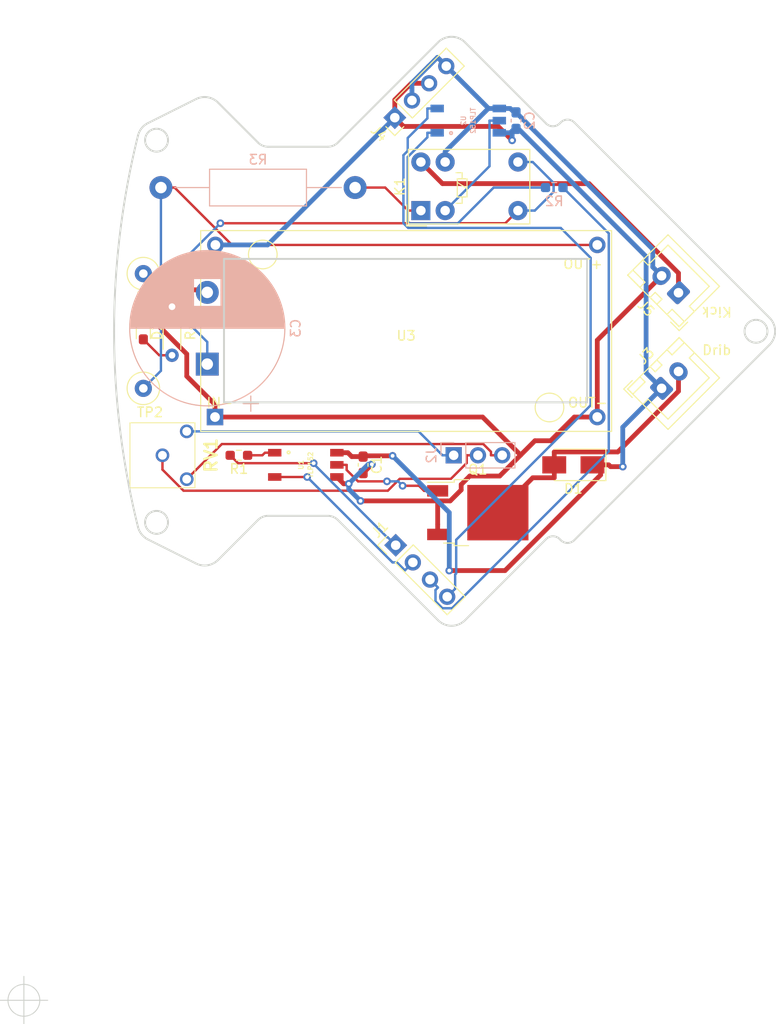
<source format=kicad_pcb>
(kicad_pcb (version 20211014) (generator pcbnew)
  (title_block (title "control board") (date "2021-11-08") (rev "V1.1") (company "Saeki.A"))
  (layers (0 "F.Cu" signal) (31 "B.Cu" signal) (34 "B.Paste" user) (35 "F.Paste" user) (36 "B.SilkS" user "B.Silkscreen") (37 "F.SilkS" user "F.Silkscreen") (38 "B.Mask" user) (39 "F.Mask" user) (44 "Edge.Cuts" user))
  (net 0 "")
  (net 1 "Net-(C3-Pad1)")
  (net 2 "+15V")
  (net 3 "GND")
  (net 4 "Net-(D1-Pad2)")
  (net 5 "Net-(J1-Pad1)")
  (net 6 "Net-(J1-Pad3)")
  (net 7 "Net-(J1-Pad4)")
  (net 8 "Net-(J1-Pad2)")
  (net 9 "Net-(J2-Pad1)")
  (net 10 "Net-(J2-Pad2)")
  (net 11 "Net-(J2-Pad3)")
  (net 12 "Net-(K1-Pad1)")
  (net 13 "Net-(K1-Pad2)")
  (net 14 "Net-(Q1-Pad1)")
  (net 15 "Net-(R3-Pad2)")
  (net 16 "Net-(R1-Pad1)")
  (net 17 "Net-(R2-Pad1)")
  (net 18 "Net-(D2-Pad2)")
  (net 19 "Net-(J5-Pad1)")
  (footprint "0.main.robot:XL6009_HW432" (layer "F.Cu") (at 75.5 115)
    (fp_text reference "U3" (at 0 0.5) (layer "F.SilkS"))
    (fp_text value "XL6009/HW-432")
    (fp_text user "OUT-" (at 19 7.5) (layer "F.SilkS"))
    (fp_text user "IN-" (at -19.5 7.5) (layer "F.SilkS"))
    (fp_text user "IN+" (at -19.5 -7) (layer "F.SilkS"))
    (fp_text user "OUT+" (at 18.5 -7) (layer "F.SilkS"))
    (pad "1" thru_hole rect (at -20 9) (size 1.7272 1.7272) (drill 1.016) (layers *.Cu *.Mask) (net 3 "GND"))
    (pad "2" thru_hole oval (at -19.96 -9) (size 1.7272 1.7272) (drill 1.016) (layers *.Cu *.Mask) (net 2 "+15V"))
    (pad "3" thru_hole oval (at 20 9) (size 1.7272 1.7272) (drill 1.016) (layers *.Cu *.Mask) (net 3 "GND"))
    (pad "4" thru_hole oval (at 20 -9) (size 1.7272 1.7272) (drill 1.016) (layers *.Cu *.Mask) (net 15 "Net-(R3-Pad2)"))
  )
  (footprint "Capacitor_SMD:C_0603_1608Metric_Pad1.08x0.95mm_HandSolder" (layer "F.Cu") (at 71 129 -90)
    (fp_text reference "C1" (at 0 -1.43 90) (layer "F.SilkS"))
    (fp_text value "1uF")
    (pad "1" smd roundrect (at -0.8625 0 270) (size 1.075 0.95) (layers "F.Cu" "F.Paste" "F.Mask") (net 2 "+15V"))
    (pad "2" smd roundrect (at 0.8625 0 270) (size 1.075 0.95) (layers "F.Cu" "F.Paste" "F.Mask") (net 3 "GND"))
  )
  (footprint "Connector_JST:JST_XH_B2B-XH-A_1x02_P2.50mm_Vertical" (layer "F.Cu") (at 104 111 135)
    (fp_text reference "J5" (at 1.25 -3.55 135) (layer "F.SilkS"))
    (fp_text value "Kicker1")
    (pad "1" thru_hole roundrect (at 0 0 135) (size 1.7 2) (drill 1) (layers *.Cu *.Mask) (roundrect_rratio 0.147059) (net 19 "Net-(J5-Pad1)"))
    (pad "2" thru_hole oval (at 2.5 0 135) (size 1.7 2) (drill 1) (layers *.Cu *.Mask) (net 3 "GND"))
  )
  (footprint "Connector_PinHeader_2.54mm:PinHeader_1x04_P2.54mm_Vertical" (layer "F.Cu") (at 74.313 92.687 135)
    (fp_text reference "J4" (at 0 -2.33 135) (layer "F.SilkS"))
    (fp_text value "drib-kick_POWER")
    (pad "1" thru_hole rect (at 0 0 135) (size 1.7 1.7) (drill 1) (layers *.Cu *.Mask) (net 2 "+15V"))
    (pad "2" thru_hole oval (at 0 2.54 135) (size 1.7 1.7) (drill 1) (layers *.Cu *.Mask) (net 3 "GND"))
    (pad "3" thru_hole oval (at 0 5.08 135) (size 1.7 1.7) (drill 1) (layers *.Cu *.Mask) (net 2 "+15V"))
    (pad "4" thru_hole oval (at 0 7.62 135) (size 1.7 1.7) (drill 1) (layers *.Cu *.Mask) (net 3 "GND"))
  )
  (footprint "TestPoint:TestPoint_Loop_D2.60mm_Drill0.9mm_Beaded" (layer "F.Cu") (at 48 121)
    (fp_text reference "TP2" (at 0.7 2.5) (layer "F.SilkS"))
    (fp_text value "V+")
    (pad "1" thru_hole circle (at 0 0) (size 1.8 1.8) (drill 0.9) (layers *.Cu *.Mask) (net 15 "Net-(R3-Pad2)"))
  )
  (footprint "TestPoint:TestPoint_Loop_D2.60mm_Drill0.9mm_Beaded" (layer "F.Cu") (at 48 109)
    (fp_text reference "TP1" (at 0.7 2.5) (layer "F.SilkS"))
    (fp_text value "GND")
    (pad "1" thru_hole circle (at 0 0) (size 1.8 1.8) (drill 0.9) (layers *.Cu *.Mask) (net 3 "GND"))
  )
  (footprint "0.main.robot:Trim-GF063X" (layer "F.Cu") (at 50 128 -90)
    (fp_text reference "RV1" (at 0 -5.08 90) (layer "F.SilkS") (effects (font (size 1.27 1.27) (thickness 0.254))))
    (fp_text value "20k" hide)
    (pad "1" thru_hole circle locked (at -2.5 -2.54 270) (size 1.431 1.431) (drill 0.92) (layers *.Cu *.Mask) (net 9 "Net-(J2-Pad1)"))
    (pad "2" thru_hole circle locked (at 0 0 270) (size 1.431 1.431) (drill 0.92) (layers *.Cu *.Mask) (net 10 "Net-(J2-Pad2)"))
    (pad "3" thru_hole circle locked (at 2.5 -2.54 270) (size 1.431 1.431) (drill 0.92) (layers *.Cu *.Mask) (net 11 "Net-(J2-Pad3)"))
  )
  (footprint "Resistor_SMD:R_0603_1608Metric_Pad0.98x0.95mm_HandSolder" (layer "F.Cu") (at 58 128 180)
    (fp_text reference "R1" (at 0 -1.43) (layer "F.SilkS"))
    (fp_text value "120")
    (pad "1" smd roundrect (at -0.9125 0 180) (size 0.975 0.95) (layers "F.Cu" "F.Paste" "F.Mask") (net 16 "Net-(R1-Pad1)"))
    (pad "2" smd roundrect (at 0.9125 0 180) (size 0.975 0.95) (layers "F.Cu" "F.Paste" "F.Mask") (net 5 "Net-(J1-Pad1)"))
  )
  (footprint "0.main.robot:TLP152" (layer "F.Cu") (at 65 129 -90)
    (fp_text reference "U1" (at 0 0.5 90) (layer "F.SilkS") (effects (font (size 0.5 0.5) (thickness 0.1))))
    (fp_text value "TLP152" (at 0 -0.5 90) (layer "F.SilkS") (effects (font (size 0.5 0.5) (thickness 0.1))))
    (pad "1" smd rect locked (at -1.27 3.25 270) (size 0.8 1.4) (layers "F.Cu" "F.Paste" "F.Mask") (net 16 "Net-(R1-Pad1)"))
    (pad "3" smd rect locked (at 1.27 3.25 270) (size 0.8 1.4) (layers "F.Cu" "F.Paste" "F.Mask") (net 8 "Net-(J1-Pad2)"))
    (pad "4" smd rect locked (at 1.27 -3.25 270) (size 0.8 1.4) (layers "F.Cu" "F.Paste" "F.Mask") (net 3 "GND"))
    (pad "5" smd rect locked (at 0 -3.25 270) (size 0.8 1.4) (layers "F.Cu" "F.Paste" "F.Mask") (net 14 "Net-(Q1-Pad1)"))
    (pad "6" smd rect locked (at -1.27 -3.25 270) (size 0.8 1.4) (layers "F.Cu" "F.Paste" "F.Mask") (net 2 "+15V"))
  )
  (footprint "Connector_JST:JST_XH_B2B-XH-A_1x02_P2.50mm_Vertical" (layer "F.Cu") (at 102.2322 121 45)
    (fp_text reference "J3" (at 1.25 -3.55 45) (layer "F.SilkS"))
    (fp_text value "DribblerMotor")
    (pad "1" thru_hole roundrect (at 0 0 45) (size 1.7 2) (drill 1) (layers *.Cu *.Mask) (roundrect_rratio 0.147059) (net 2 "+15V"))
    (pad "2" thru_hole oval (at 2.5 0 45) (size 1.7 2) (drill 1) (layers *.Cu *.Mask) (net 4 "Net-(D1-Pad2)"))
  )
  (footprint "Relay_THT:Relay_SPDT_Omron_G5V-1" (layer "F.Cu") (at 77.0425 102.4075 90)
    (fp_text reference "K1" (at 2.5 -2.2 90) (layer "F.SilkS"))
    (fp_text value "G5V-1/12V")
    (pad "1" thru_hole rect (at 0 0 90) (size 2 2) (drill 1) (layers *.Cu *.Mask) (net 12 "Net-(K1-Pad1)"))
    (pad "2" thru_hole circle (at 0 2.54 90) (size 2 2) (drill 1) (layers *.Cu *.Mask) (net 13 "Net-(K1-Pad2)"))
    (pad "5" thru_hole circle (at 0 10.16 90) (size 2 2) (drill 1) (layers *.Cu *.Mask) (net 1 "Net-(C3-Pad1)"))
    (pad "6" thru_hole circle (at 5.08 10.16 90) (size 2 2) (drill 1) (layers *.Cu *.Mask) (net 1 "Net-(C3-Pad1)"))
    (pad "9" thru_hole circle (at 5.08 2.54 90) (size 2 2) (drill 1) (layers *.Cu *.Mask) (net 3 "GND"))
    (pad "10" thru_hole circle (at 5.08 0 90) (size 2 2) (drill 1) (layers *.Cu *.Mask) (net 19 "Net-(J5-Pad1)"))
  )
  (footprint "Connector_PinHeader_2.54mm:PinHeader_1x04_P2.54mm_Vertical" (layer "F.Cu") (at 74.4079 137.4079 45)
    (fp_text reference "J1" (at 0 -2.33 45) (layer "F.SilkS"))
    (fp_text value "drib-kick")
    (pad "1" thru_hole rect (at 0 0 45) (size 1.7 1.7) (drill 1) (layers *.Cu *.Mask) (net 5 "Net-(J1-Pad1)"))
    (pad "2" thru_hole oval (at 0 2.54 45) (size 1.7 1.7) (drill 1) (layers *.Cu *.Mask) (net 8 "Net-(J1-Pad2)"))
    (pad "3" thru_hole oval (at 0 5.08 45) (size 1.7 1.7) (drill 1) (layers *.Cu *.Mask) (net 6 "Net-(J1-Pad3)"))
    (pad "4" thru_hole oval (at 0 7.62 45) (size 1.7 1.7) (drill 1) (layers *.Cu *.Mask) (net 7 "Net-(J1-Pad4)"))
  )
  (footprint "Resistor_THT:R_Axial_DIN0204_L3.6mm_D1.6mm_P5.08mm_Horizontal" (layer "F.Cu") (at 51 112.46 -90)
    (fp_text reference "R4" (at 2.54 -1.92 90) (layer "F.SilkS"))
    (fp_text value "30k")
    (pad "1" thru_hole circle (at 0 0 270) (size 1.4 1.4) (drill 0.7) (layers *.Cu *.Mask) (net 1 "Net-(C3-Pad1)"))
    (pad "2" thru_hole oval (at 5.08 0 270) (size 1.4 1.4) (drill 0.7) (layers *.Cu *.Mask) (net 18 "Net-(D2-Pad2)"))
  )
  (footprint "Diode_SMD:D_SMA" (layer "F.Cu") (at 93 129 180)
    (fp_text reference "D1" (at 0 -2.5) (layer "F.SilkS"))
    (fp_text value "SX34F")
    (pad "1" smd rect (at -2 0 180) (size 2.5 1.8) (layers "F.Cu" "F.Paste" "F.Mask") (net 2 "+15V"))
    (pad "2" smd rect (at 2 0 180) (size 2.5 1.8) (layers "F.Cu" "F.Paste" "F.Mask") (net 4 "Net-(D1-Pad2)"))
  )
  (footprint "Package_TO_SOT_SMD:TO-252-2" (layer "F.Cu") (at 83 134)
    (fp_text reference "Q1" (at 0 -4.5) (layer "F.SilkS"))
    (fp_text value "NP52N06SLG")
    (pad "1" smd rect (at -4.2 -2.28) (size 2.2 1.2) (layers "F.Cu" "F.Paste" "F.Mask") (net 14 "Net-(Q1-Pad1)"))
    (pad "2" smd rect (at 2.1 0) (size 6.4 5.8) (layers "F.Cu" "F.Mask") (net 4 "Net-(D1-Pad2)"))
    (pad "3" smd rect (at -4.2 2.28) (size 2.2 1.2) (layers "F.Cu" "F.Paste" "F.Mask") (net 3 "GND"))
  )
  (footprint "LED_SMD:LED_0603_1608Metric_Pad1.05x0.95mm_HandSolder" (layer "F.Cu") (at 48 115 -90)
    (fp_text reference "D2" (at 0 -1.43 90) (layer "F.SilkS"))
    (fp_text value "LED")
    (pad "1" smd roundrect (at -0.875 0 270) (size 1.05 0.95) (layers "F.Cu" "F.Paste" "F.Mask") (net 3 "GND"))
    (pad "2" smd roundrect (at 0.875 0 270) (size 1.05 0.95) (layers "F.Cu" "F.Paste" "F.Mask") (net 18 "Net-(D2-Pad2)"))
  )
  (footprint "0.main.robot:TLP152" (layer "B.Cu") (at 82 93 90)
    (fp_text reference "U2" (at 0 -0.5 90) (layer "B.SilkS") (effects (font (size 0.5 0.5) (thickness 0.1)) (justify mirror)))
    (fp_text value "TLP152" (at 0 0.5 90) (layer "B.SilkS") (effects (font (size 0.5 0.5) (thickness 0.1)) (justify mirror)))
    (pad "1" smd rect locked (at -1.27 -3.25 90) (size 0.8 1.4) (layers "B.Cu" "B.Paste" "B.Mask") (net 17 "Net-(R2-Pad1)"))
    (pad "3" smd rect locked (at 1.27 -3.25 90) (size 0.8 1.4) (layers "B.Cu" "B.Paste" "B.Mask") (net 7 "Net-(J1-Pad4)"))
    (pad "4" smd rect locked (at 1.27 3.25 90) (size 0.8 1.4) (layers "B.Cu" "B.Paste" "B.Mask") (net 3 "GND"))
    (pad "5" smd rect locked (at 0 3.25 90) (size 0.8 1.4) (layers "B.Cu" "B.Paste" "B.Mask") (net 13 "Net-(K1-Pad2)"))
    (pad "6" smd rect locked (at -1.27 3.25 90) (size 0.8 1.4) (layers "B.Cu" "B.Paste" "B.Mask") (net 2 "+15V"))
  )
  (footprint "Resistor_SMD:R_0603_1608Metric_Pad0.98x0.95mm_HandSolder" (layer "B.Cu") (at 91 100)
    (fp_text reference "R2" (at 0 1.43) (layer "B.SilkS") (effects (justify mirror)))
    (fp_text value "120")
    (pad "1" smd roundrect (at -0.9125 0) (size 0.975 0.95) (layers "B.Cu" "B.Paste" "B.Mask") (net 17 "Net-(R2-Pad1)"))
    (pad "2" smd roundrect (at 0.9125 0) (size 0.975 0.95) (layers "B.Cu" "B.Paste" "B.Mask") (net 6 "Net-(J1-Pad3)"))
  )
  (footprint "Capacitor_SMD:C_0603_1608Metric_Pad1.08x0.95mm_HandSolder" (layer "B.Cu") (at 87 93 90)
    (fp_text reference "C2" (at 0 1.43 90) (layer "B.SilkS") (effects (justify mirror)))
    (fp_text value "1uF")
    (pad "1" smd roundrect (at -0.8625 0 90) (size 1.075 0.95) (layers "B.Cu" "B.Paste" "B.Mask") (net 2 "+15V"))
    (pad "2" smd roundrect (at 0.8625 0 90) (size 1.075 0.95) (layers "B.Cu" "B.Paste" "B.Mask") (net 3 "GND"))
  )
  (footprint "Resistor_THT:R_Axial_DIN0411_L9.9mm_D3.6mm_P20.32mm_Horizontal" (layer "B.Cu") (at 70.16 100 180)
    (fp_text reference "R3" (at 10.16 2.92) (layer "B.SilkS") (effects (justify mirror)))
    (fp_text value "100")
    (pad "1" thru_hole circle (at 0 0 180) (size 2.4 2.4) (drill 1.2) (layers *.Cu *.Mask) (net 12 "Net-(K1-Pad1)"))
    (pad "2" thru_hole oval (at 20.32 0 180) (size 2.4 2.4) (drill 1.2) (layers *.Cu *.Mask) (net 15 "Net-(R3-Pad2)"))
  )
  (footprint "Capacitor_THT:CP_Radial_D16.0mm_P7.50mm" (layer "B.Cu") (at 54.69 118.463 90)
    (fp_text reference "C3" (at 3.75 9.25 90) (layer "B.SilkS") (effects (justify mirror)))
    (fp_text value "2200uF/63V")
    (pad "1" thru_hole rect (at 0 0 90) (size 2.4 2.4) (drill 1.2) (layers *.Cu *.Mask) (net 1 "Net-(C3-Pad1)"))
    (pad "2" thru_hole circle (at 7.5 0 90) (size 2.4 2.4) (drill 1.2) (layers *.Cu *.Mask) (net 3 "GND"))
  )
  (footprint "Connector_PinHeader_2.54mm:PinHeader_1x03_P2.54mm_Vertical" (layer "B.Cu") (at 80.475 128 -90)
    (fp_text reference "J2" (at 0 2.33 90) (layer "B.SilkS") (effects (justify mirror)))
    (fp_text value "Conn_01x03")
    (pad "1" thru_hole rect (at 0 0 270) (size 1.7 1.7) (drill 1) (layers *.Cu *.Mask) (net 9 "Net-(J2-Pad1)"))
    (pad "2" thru_hole oval (at 0 -2.54 270) (size 1.7 1.7) (drill 1) (layers *.Cu *.Mask) (net 10 "Net-(J2-Pad2)"))
    (pad "3" thru_hole oval (at 0 -5.08 270) (size 1.7 1.7) (drill 1) (layers *.Cu *.Mask) (net 11 "Net-(J2-Pad3)"))
  )
  (gr_arc (start 47.439877 94.563987) (mid 47.819822 93.795506) (end 48.486608 93.256696) (layer "Edge.Cuts") (width 0.2))
  (gr_arc (start 59.996203 134.768774) (mid 60.482838 134.443615) (end 61.056863 134.329434) (layer "Edge.Cuts") (width 0.2))
  (gr_line (start 81.66525 145.245433) (end 90.150532 136.760152) (layer "Edge.Cuts") (width 0.2))
  (gr_arc (start 81.66525 145.245433) (mid 80.251037 145.83122) (end 78.836823 145.245433) (layer "Edge.Cuts") (width 0.2))
  (gr_circle (center 49.381035 135.015338) (end 48.181035 135.015338) (layer "Edge.Cuts") (width 0.2) (fill none))
  (gr_line (start 48.486608 136.804192) (end 53.513393 139.317584) (layer "Edge.Cuts") (width 0.2))
  (gr_line (start 93.094182 136.875375) (end 113.5249 116.444658) (layer "Edge.Cuts") (width 0.2))
  (gr_circle (center 49.381035 95.04555) (end 48.181035 95.04555) (layer "Edge.Cuts") (width 0.2) (fill none))
  (gr_arc (start 78.836823 84.815455) (mid 80.251037 84.229668) (end 81.66525 84.815455) (layer "Edge.Cuts") (width 0.2))
  (gr_line (start 113.5249 113.61623) (end 93.094182 93.185513) (layer "Edge.Cuts") (width 0.2))
  (gr_arc (start 91.679969 93.185513) (mid 92.387076 92.892619) (end 93.094182 93.185513) (layer "Edge.Cuts") (width 0.2))
  (gr_line (start 68.360164 134.768774) (end 78.836823 145.245433) (layer "Edge.Cuts") (width 0.2))
  (gr_arc (start 61.056863 95.731454) (mid 60.482838 95.617273) (end 59.996203 95.292114) (layer "Edge.Cuts") (width 0.2))
  (gr_arc (start 68.360164 95.292114) (mid 67.873529 95.617273) (end 67.299504 95.731454) (layer "Edge.Cuts") (width 0.2))
  (gr_arc (start 55.822033 138.942943) (mid 54.728184 139.502904) (end 53.513393 139.317584) (layer "Edge.Cuts") (width 0.2))
  (gr_arc (start 91.564745 93.300736) (mid 90.857638 93.59363) (end 90.150532 93.300736) (layer "Edge.Cuts") (width 0.2))
  (gr_arc (start 67.299504 134.329434) (mid 67.873529 134.443615) (end 68.360164 134.768774) (layer "Edge.Cuts") (width 0.2))
  (gr_line (start 94.44 122.463) (end 56.44 122.463) (layer "Edge.Cuts") (width 0.2))
  (gr_line (start 61.056863 134.329434) (end 67.299504 134.329434) (layer "Edge.Cuts") (width 0.2))
  (gr_arc (start 113.5249 113.61623) (mid 114.110687 115.030444) (end 113.5249 116.444658) (layer "Edge.Cuts") (width 0.2))
  (gr_arc (start 47.439877 135.496901) (mid 44.939114 115.030444) (end 47.439877 94.563987) (layer "Edge.Cuts") (width 0.2))
  (gr_arc (start 48.486608 136.804192) (mid 47.819822 136.265382) (end 47.439877 135.496901) (layer "Edge.Cuts") (width 0.2))
  (gr_arc (start 53.513393 90.743304) (mid 54.728184 90.557984) (end 55.822033 91.117945) (layer "Edge.Cuts") (width 0.2))
  (gr_line (start 56.44 122.463) (end 56.44 107.463) (layer "Edge.Cuts") (width 0.2))
  (gr_line (start 59.996203 95.292114) (end 55.822033 91.117945) (layer "Edge.Cuts") (width 0.2))
  (gr_line (start 55.822033 138.942943) (end 59.996203 134.768774) (layer "Edge.Cuts") (width 0.2))
  (gr_line (start 91.679969 93.185513) (end 91.564745 93.300736) (layer "Edge.Cuts") (width 0.2))
  (gr_line (start 53.513393 90.743304) (end 48.486608 93.256696) (layer "Edge.Cuts") (width 0.2))
  (gr_line (start 78.836823 84.815455) (end 68.360164 95.292114) (layer "Edge.Cuts") (width 0.2))
  (gr_arc (start 93.094182 136.875375) (mid 92.387076 137.168269) (end 91.679969 136.875375) (layer "Edge.Cuts") (width 0.2))
  (gr_arc (start 90.150532 136.760152) (mid 90.857638 136.467258) (end 91.564745 136.760152) (layer "Edge.Cuts") (width 0.2))
  (gr_circle (center 112.110687 115.030444) (end 110.910687 115.030444) (layer "Edge.Cuts") (width 0.2) (fill none))
  (gr_line (start 90.150532 93.300736) (end 81.66525 84.815455) (layer "Edge.Cuts") (width 0.2))
  (gr_line (start 91.564745 136.760152) (end 91.679969 136.875375) (layer "Edge.Cuts") (width 0.2))
  (gr_line (start 67.299504 95.731454) (end 61.056863 95.731454) (layer "Edge.Cuts") (width 0.2))
  (gr_line (start 56.44 107.463) (end 94.44 107.463) (layer "Edge.Cuts") (width 0.2))
  (gr_line (start 94.44 107.463) (end 94.44 122.463) (layer "Edge.Cuts") (width 0.2))
  (gr_text "Drib" (at 108 117) (layer "F.SilkS") (effects (font (size 1 1))))
  (gr_text "Kick" (at 108 113 180) (layer "F.SilkS") (effects (font (size 1 1))))
  (target plus (at 35.5 185) (size 5) (width 0.1) (layer "Edge.Cuts"))
  (segment (start 85.8771 103.7329) (end 56.0607 103.7329) (width 0.25) (layer "F.Cu") (net 1))
  (segment (start 87.2025 102.4075) (end 85.8771 103.7329) (width 0.25) (layer "F.Cu") (net 1))
  (via (at 56.0607 103.7329) (size 0.8) (drill 0.4) (layers "F.Cu" "B.Cu") (net 1))
  (segment (start 87.2025 102.4075) (end 88.9661 102.4075) (width 0.25) (layer "B.Cu") (net 1))
  (segment (start 88.9661 102.4075) (end 90.9326 100.441) (width 0.25) (layer "B.Cu") (net 1))
  (segment (start 51 108.7936) (end 56.0607 103.7329) (width 0.25) (layer "B.Cu") (net 1))
  (segment (start 51 112.46) (end 51 108.7936) (width 0.25) (layer "B.Cu") (net 1))
  (segment (start 90.9326 99.5168) (end 88.7433 97.3275) (width 0.25) (layer "B.Cu") (net 1))
  (segment (start 88.7433 97.3275) (end 87.2025 97.3275) (width 0.25) (layer "B.Cu") (net 1))
  (segment (start 90.9326 100.441) (end 90.9326 99.5168) (width 0.25) (layer "B.Cu") (net 1))
  (segment (start 54.69 116.15) (end 54.69 118.463) (width 0.25) (layer "B.Cu") (net 1))
  (segment (start 51 112.46) (end 54.69 116.15) (width 0.25) (layer "B.Cu") (net 1))
  (segment (start 71 128.1375) (end 69.8078 128.1375) (width 0.5) (layer "F.Cu") (net 2))
  (segment (start 74.313 90.8224) (end 74.313 92.687) (width 0.5) (layer "F.Cu") (net 2))
  (segment (start 69.8078 128.1375) (end 69.4003 127.73) (width 0.5) (layer "F.Cu") (net 2))
  (segment (start 71.0798 128.0577) (end 71 128.1375) (width 0.5) (layer "F.Cu") (net 2))
  (segment (start 95.8502 130.0567) (end 85.8493 140.0576) (width 0.5) (layer "F.Cu") (net 2))
  (segment (start 68.25 127.73) (end 69.4003 127.73) (width 0.5) (layer "F.Cu") (net 2))
  (segment (start 85.8493 140.0576) (end 80.0127 140.0576) (width 0.5) (layer "F.Cu") (net 2))
  (segment (start 77.9051 89.0949) (end 76.0405 89.0949) (width 0.5) (layer "F.Cu") (net 2))
  (segment (start 75.2325 93.6064) (end 85.1365 93.6064) (width 0.5) (layer "F.Cu") (net 2))
  (segment (start 95.8502 129) (end 95.8502 130.0567) (width 0.5) (layer "F.Cu") (net 2))
  (segment (start 98.1694 129.1888) (end 96.8891 129.1888) (width 0.5) (layer "F.Cu") (net 2))
  (segment (start 96.8891 129.1888) (end 96.7003 129) (width 0.5) (layer "F.Cu") (net 2))
  (segment (start 74.313 92.687) (end 74.6434 93.0173) (width 0.5) (layer "F.Cu") (net 2))
  (segment (start 95 129) (end 95.8502 129) (width 0.5) (layer "F.Cu") (net 2))
  (segment (start 76.0405 89.0949) (end 74.313 90.8224) (width 0.5) (layer "F.Cu") (net 2))
  (segment (start 95.8502 129) (end 96.7003 129) (width 0.5) (layer "F.Cu") (net 2))
  (segment (start 74.0825 128.0577) (end 71.0798 128.0577) (width 0.5) (layer "F.Cu") (net 2))
  (segment (start 85.1365 93.6064) (end 86.5905 95.0604) (width 0.5) (layer "F.Cu") (net 2))
  (segment (start 74.6434 93.0173) (end 75.2325 93.6064) (width 0.5) (layer "F.Cu") (net 2))
  (via (at 86.5905 95.0604) (size 0.8) (drill 0.4) (layers "F.Cu" "B.Cu") (net 2))
  (via (at 98.1694 129.1888) (size 0.8) (drill 0.4) (layers "F.Cu" "B.Cu") (net 2))
  (via (at 80.0127 140.0576) (size 0.8) (drill 0.4) (layers "F.Cu" "B.Cu") (net 2))
  (via (at 74.0825 128.0577) (size 0.8) (drill 0.4) (layers "F.Cu" "B.Cu") (net 2))
  (segment (start 100.6089 119.3767) (end 102.2322 121) (width 0.5) (layer "B.Cu") (net 2))
  (segment (start 61 106) (end 55.54 106) (width 0.5) (layer "B.Cu") (net 2))
  (segment (start 74.313 92.687) (end 61 106) (width 0.5) (layer "B.Cu") (net 2))
  (segment (start 87 93.8625) (end 87.2585 93.8625) (width 0.5) (layer "B.Cu") (net 2))
  (segment (start 98.1694 125.0628) (end 98.1694 129.1888) (width 0.5) (layer "B.Cu") (net 2))
  (segment (start 86.5905 95.0604) (end 86.5905 94.4602) (width 0.5) (layer "B.Cu") (net 2))
  (segment (start 87.2585 93.8625) (end 100.6089 107.2129) (width 0.5) (layer "B.Cu") (net 2))
  (segment (start 86.4003 94.27) (end 86.8078 93.8625) (width 0.5) (layer "B.Cu") (net 2))
  (segment (start 100.6089 107.2129) (end 100.6089 119.3767) (width 0.5) (layer "B.Cu") (net 2))
  (segment (start 102.2322 121) (end 98.1694 125.0628) (width 0.5) (layer "B.Cu") (net 2))
  (segment (start 85.25 94.27) (end 86.4003 94.27) (width 0.5) (layer "B.Cu") (net 2))
  (segment (start 80.0127 140.0576) (end 80.0127 133.9879) (width 0.5) (layer "B.Cu") (net 2))
  (segment (start 86.8078 93.8625) (end 87 93.8625) (width 0.5) (layer "B.Cu") (net 2))
  (segment (start 86.5905 94.4602) (end 86.4003 94.27) (width 0.5) (layer "B.Cu") (net 2))
  (segment (start 80.0127 133.9879) (end 74.0825 128.0577) (width 0.5) (layer "B.Cu") (net 2))
  (segment (start 78.8 136.28) (end 78.8 135.2297) (width 0.5) (layer "F.Cu") (net 3))
  (segment (start 68.9595 130.9795) (end 68.25 130.27) (width 0.5) (layer "F.Cu") (net 3))
  (segment (start 48 109) (end 50.3817 111.3816) (width 0.5) (layer "F.Cu") (net 3))
  (segment (start 83.5005 124) (end 87.4792 127.9786) (width 0.5) (layer "F.Cu") (net 3))
  (segment (start 69.4953 130.9795) (end 68.9595 130.9795) (width 0.5) (layer "F.Cu") (net 3))
  (segment (start 81.2593 131.624) (end 80.1129 132.7704) (width 0.5) (layer "F.Cu") (net 3))
  (segment (start 88.9791 126.4787) (end 87.4792 127.9786) (width 0.5) (layer "F.Cu") (net 3))
  (segment (start 80.1129 132.7704) (end 78.8 132.7704) (width 0.5) (layer "F.Cu") (net 3))
  (segment (start 93.0997 124) (end 90.621 126.4787) (width 0.5) (layer "F.Cu") (net 3))
  (segment (start 95.5 124) (end 95.5 115.9644) (width 0.5) (layer "F.Cu") (net 3))
  (segment (start 95.5 115.9644) (end 102.2322 109.2322) (width 0.5) (layer "F.Cu") (net 3))
  (segment (start 51.0657 110.6976) (end 54.4246 110.6976) (width 0.5) (layer "F.Cu") (net 3))
  (segment (start 82.1524 130.1709) (end 81.2593 131.064) (width 0.5) (layer "F.Cu") (net 3))
  (segment (start 54.4247 110.6976) (end 54.69 110.963) (width 0.5) (layer "F.Cu") (net 3))
  (segment (start 81.2593 131.064) (end 81.2593 131.624) (width 0.5) (layer "F.Cu") (net 3))
  (segment (start 71 129.8625) (end 71.9184 128.9441) (width 0.5) (layer "F.Cu") (net 3))
  (segment (start 48.1809 113.9441) (end 49.0816 113.9441) (width 0.5) (layer "F.Cu") (net 3))
  (segment (start 87.4792 127.9786) (end 85.2869 130.1709) (width 0.5) (layer "F.Cu") (net 3))
  (segment (start 49.0816 113.9441) (end 49.0816 112.6817) (width 0.5) (layer "F.Cu") (net 3))
  (segment (start 49.0816 112.6817) (end 50.3817 111.3816) (width 0.5) (layer "F.Cu") (net 3))
  (segment (start 95.5 124) (end 93.0997 124) (width 0.5) (layer "F.Cu") (net 3))
  (segment (start 78.8 132.7704) (end 70.7256 132.7704) (width 0.5) (layer "F.Cu") (net 3))
  (segment (start 49.0816 113.9441) (end 52.5442 117.4067) (width 0.5) (layer "F.Cu") (net 3))
  (segment (start 85.2869 130.1709) (end 82.1524 130.1709) (width 0.5) (layer "F.Cu") (net 3))
  (segment (start 54.4246 110.6976) (end 54.4247 110.6976) (width 0.5) (layer "F.Cu") (net 3))
  (segment (start 55.5 124) (end 55.5 122.6861) (width 0.5) (layer "F.Cu") (net 3))
  (segment (start 48 114.125) (end 48.1809 113.9441) (width 0.5) (layer "F.Cu") (net 3))
  (segment (start 55.5 124) (end 83.5005 124) (width 0.5) (layer "F.Cu") (net 3))
  (segment (start 50.3817 111.3816) (end 51.0657 110.6976) (width 0.5) (layer "F.Cu") (net 3))
  (segment (start 52.5442 117.4067) (end 52.5442 119.7303) (width 0.5) (layer "F.Cu") (net 3))
  (segment (start 90.621 126.4787) (end 88.9791 126.4787) (width 0.5) (layer "F.Cu") (net 3))
  (segment (start 78.8 132.7704) (end 78.8 135.2297) (width 0.5) (layer "F.Cu") (net 3))
  (segment (start 52.5442 119.7303) (end 55.5 122.6861) (width 0.5) (layer "F.Cu") (net 3))
  (via (at 71.9184 128.9441) (size 0.8) (drill 0.4) (layers "F.Cu" "B.Cu") (net 3))
  (via (at 69.4953 130.9795) (size 0.8) (drill 0.4) (layers "F.Cu" "B.Cu") (net 3))
  (via (at 70.7256 132.7704) (size 0.8) (drill 0.4) (layers "F.Cu" "B.Cu") (net 3))
  (segment (start 84.0997 91.73) (end 79.5825 96.2472) (width 0.5) (layer "B.Cu") (net 3))
  (segment (start 102.2322 109.2322) (end 101.3128 108.3128) (width 0.5) (layer "B.Cu") (net 3))
  (segment (start 77.8556 87.2988) (end 77.8623 87.2988) (width 0.5) (layer "B.Cu") (net 3))
  (segment (start 69.4953 130.9795) (end 69.4953 131.5401) (width 0.5) (layer "B.Cu") (net 3))
  (segment (start 85.25 91.73) (end 84.0997 91.73) (width 0.5) (layer "B.Cu") (net 3))
  (segment (start 86.8078 92.1375) (end 86.4003 91.73) (width 0.5) (layer "B.Cu") (net 3))
  (segment (start 85.25 91.73) (end 86.4003 91.73) (width 0.5) (layer "B.Cu") (net 3))
  (segment (start 79.7012 87.2988) (end 80.1609 87.7585) (width 0.5) (layer "B.Cu") (net 3))
  (segment (start 77.8623 87.2988) (end 78.7818 86.3793) (width 0.5) (layer "B.Cu") (net 3))
  (segment (start 87 92.1375) (end 86.8078 92.1375) (width 0.5) (layer "B.Cu") (net 3))
  (segment (start 71.5307 128.9441) (end 71.9184 128.9441) (width 0.5) (layer "B.Cu") (net 3))
  (segment (start 101.3128 106.4503) (end 87 92.1375) (width 0.5) (layer "B.Cu") (net 3))
  (segment (start 69.4953 131.5401) (end 70.7256 132.7704) (width 0.5) (layer "B.Cu") (net 3))
  (segment (start 79.5825 96.2472) (end 79.5825 97.3275) (width 0.5) (layer "B.Cu") (net 3))
  (segment (start 80.1609 87.7585) (end 84.0997 91.6973) (width 0.5) (layer "B.Cu") (net 3))
  (segment (start 79.7012 87.2988) (end 78.7818 86.3793) (width 0.5) (layer "B.Cu") (net 3))
  (segment (start 101.3128 108.3128) (end 101.3128 106.4503) (width 0.5) (layer "B.Cu") (net 3))
  (segment (start 76.1091 90.8909) (end 76.1091 89.0453) (width 0.5) (layer "B.Cu") (net 3))
  (segment (start 84.0997 91.6973) (end 84.0997 91.73) (width 0.5) (layer "B.Cu") (net 3))
  (segment (start 69.4953 130.9795) (end 71.5307 128.9441) (width 0.5) (layer "B.Cu") (net 3))
  (segment (start 76.1091 89.0453) (end 77.8556 87.2988) (width 0.5) (layer "B.Cu") (net 3))
  (segment (start 104 119.2322) (end 104 121.2998) (width 0.5) (layer "F.Cu") (net 4))
  (segment (start 91 130.3503) (end 88.7497 130.3503) (width 0.5) (layer "F.Cu") (net 4))
  (segment (start 91 129) (end 91 130.3503) (width 0.5) (layer "F.Cu") (net 4))
  (segment (start 104 121.2998) (end 97.6501 127.6497) (width 0.5) (layer "F.Cu") (net 4))
  (segment (start 91 129) (end 91 127.6497) (width 0.5) (layer "F.Cu") (net 4))
  (segment (start 97.6501 127.6497) (end 91 127.6497) (width 0.5) (layer "F.Cu") (net 4))
  (segment (start 88.7497 130.3503) (end 85.1 134) (width 0.5) (layer "F.Cu") (net 4))
  (segment (start 57.9139 128.8264) (end 65.8264 128.8264) (width 0.25) (layer "F.Cu") (net 5))
  (segment (start 57.0875 128) (end 57.9139 128.8264) (width 0.25) (layer "F.Cu") (net 5))
  (via (at 65.8264 128.8264) (size 0.8) (drill 0.4) (layers "F.Cu" "B.Cu") (net 5))
  (segment (start 74.4079 137.4079) (end 73.5769 136.5768) (width 0.25) (layer "B.Cu") (net 5))
  (segment (start 73.5768 136.5769) (end 73.5769 136.5768) (width 0.25) (layer "B.Cu") (net 5))
  (segment (start 73.505 136.5769) (end 73.5768 136.5769) (width 0.25) (layer "B.Cu") (net 5))
  (segment (start 65.8264 128.8983) (end 73.505 136.5769) (width 0.25) (layer "B.Cu") (net 5))
  (segment (start 65.8264 128.8264) (end 65.8264 128.8983) (width 0.25) (layer "B.Cu") (net 5))
  (segment (start 96.7049 104.7924) (end 96.7049 127.5908) (width 0.25) (layer "B.Cu") (net 6))
  (segment (start 80.2979 143.9978) (end 79.2986 143.9978) (width 0.25) (layer "B.Cu") (net 6))
  (segment (start 78 141) (end 78.8311 141.831) (width 0.25) (layer "B.Cu") (net 6))
  (segment (start 91.9125 100) (end 96.7049 104.7924) (width 0.25) (layer "B.Cu") (net 6))
  (segment (start 78.5729 142.0892) (end 78.8311 141.831) (width 0.25) (layer "B.Cu") (net 6))
  (segment (start 96.7049 127.5908) (end 80.2979 143.9978) (width 0.25) (layer "B.Cu") (net 6))
  (segment (start 78.5729 143.2721) (end 78.5729 142.0892) (width 0.25) (layer "B.Cu") (net 6))
  (segment (start 79.2986 143.9978) (end 78.5729 143.2721) (width 0.25) (layer "B.Cu") (net 6))
  (segment (start 75.7074 104.2184) (end 75.2153 103.7263) (width 0.25) (layer "B.Cu") (net 7))
  (segment (start 75.2153 96.6139) (end 75.6656 96.1636) (width 0.25) (layer "B.Cu") (net 7))
  (segment (start 79.7961 142.7961) (end 80.6272 141.965) (width 0.25) (layer "B.Cu") (net 7))
  (segment (start 80.6271 140.469) (end 80.738 140.3581) (width 0.25) (layer "B.Cu") (net 7))
  (segment (start 80.738 136.8384) (end 94.8056 122.7708) (width 0.25) (layer "B.Cu") (net 7))
  (segment (start 94.8056 107.3521) (end 91.6719 104.2184) (width 0.25) (layer "B.Cu") (net 7))
  (segment (start 78.75 91.73) (end 77.7247 91.73) (width 0.25) (layer "B.Cu") (net 7))
  (segment (start 75.6656 94.8144) (end 77.7247 92.7553) (width 0.25) (layer "B.Cu") (net 7))
  (segment (start 80.6272 141.965) (end 80.6271 141.965) (width 0.25) (layer "B.Cu") (net 7))
  (segment (start 77.7247 92.7553) (end 77.7247 91.73) (width 0.25) (layer "B.Cu") (net 7))
  (segment (start 80.738 140.3581) (end 80.738 136.8384) (width 0.25) (layer "B.Cu") (net 7))
  (segment (start 94.8056 122.7708) (end 94.8056 107.3521) (width 0.25) (layer "B.Cu") (net 7))
  (segment (start 80.6271 141.965) (end 80.6271 140.469) (width 0.25) (layer "B.Cu") (net 7))
  (segment (start 75.2153 103.7263) (end 75.2153 96.6139) (width 0.25) (layer "B.Cu") (net 7))
  (segment (start 91.6719 104.2184) (end 75.7074 104.2184) (width 0.25) (layer "B.Cu") (net 7))
  (segment (start 75.6656 96.1636) (end 75.6656 94.8144) (width 0.25) (layer "B.Cu") (net 7))
  (segment (start 61.75 130.27) (end 65.142 130.27) (width 0.25) (layer "F.Cu") (net 8))
  (via (at 65.142 130.27) (size 0.8) (drill 0.4) (layers "F.Cu" "B.Cu") (net 8))
  (segment (start 74.5419 139.204) (end 74.076 139.204) (width 0.25) (layer "B.Cu") (net 8))
  (segment (start 76.204 139.204) (end 75.373 140.035) (width 0.25) (layer "B.Cu") (net 8))
  (segment (start 74.076 139.204) (end 65.142 130.27) (width 0.25) (layer "B.Cu") (net 8))
  (segment (start 75.373 140.035) (end 74.5419 139.204) (width 0.25) (layer "B.Cu") (net 8))
  (segment (start 52.54 125.5) (end 76.7997 125.5) (width 0.25) (layer "B.Cu") (net 9))
  (segment (start 80.475 128) (end 79.2997 128) (width 0.25) (layer "B.Cu") (net 9))
  (segment (start 76.7997 125.5) (end 79.2997 128) (width 0.25) (layer "B.Cu") (net 9))
  (segment (start 50 129.4977) (end 52.2071 131.7048) (width 0.25) (layer "F.Cu") (net 10))
  (segment (start 52.2071 131.7048) (end 73.5842 131.7048) (width 0.25) (layer "F.Cu") (net 10))
  (segment (start 73.5842 131.7048) (end 74.8269 130.4621) (width 0.25) (layer "F.Cu") (net 10))
  (segment (start 83.015 128) (end 81.8397 128) (width 0.25) (layer "F.Cu") (net 10))
  (segment (start 81.8397 128.8081) (end 81.8397 128) (width 0.25) (layer "F.Cu") (net 10))
  (segment (start 74.8269 130.4621) (end 80.1857 130.4621) (width 0.25) (layer "F.Cu") (net 10))
  (segment (start 50 128) (end 50 129.4977) (width 0.25) (layer "F.Cu") (net 10))
  (segment (start 80.1857 130.4621) (end 81.8397 128.8081) (width 0.25) (layer "F.Cu") (net 10))
  (segment (start 56.2153 126.8247) (end 83.5718 126.8247) (width 0.25) (layer "F.Cu") (net 11))
  (segment (start 52.54 130.5) (end 56.2153 126.8247) (width 0.25) (layer "F.Cu") (net 11))
  (segment (start 85.555 128) (end 84.3797 128) (width 0.25) (layer "F.Cu") (net 11))
  (segment (start 84.3797 127.6326) (end 84.3797 128) (width 0.25) (layer "F.Cu") (net 11))
  (segment (start 83.5718 126.8247) (end 84.3797 127.6326) (width 0.25) (layer "F.Cu") (net 11))
  (segment (start 77.0425 102.4075) (end 75.7172 102.4075) (width 0.25) (layer "F.Cu") (net 12))
  (segment (start 73.3097 100) (end 75.7172 102.4075) (width 0.25) (layer "F.Cu") (net 12))
  (segment (start 70.16 100) (end 73.3097 100) (width 0.25) (layer "F.Cu") (net 12))
  (segment (start 84.2247 97.7653) (end 84.2247 93) (width 0.25) (layer "B.Cu") (net 13))
  (segment (start 79.5825 102.4075) (end 84.2247 97.7653) (width 0.25) (layer "B.Cu") (net 13))
  (segment (start 85.25 93) (end 84.2247 93) (width 0.25) (layer "B.Cu") (net 13))
  (segment (start 69.2753 129) (end 69.2753 129.5359) (width 0.25) (layer "F.Cu") (net 14))
  (segment (start 75.1273 131.1874) (end 76.8421 131.1874) (width 0.25) (layer "F.Cu") (net 14))
  (segment (start 78.8 131.72) (end 77.3747 131.72) (width 0.25) (layer "F.Cu") (net 14))
  (segment (start 70.4657 130.7263) (end 73.4957 130.7263) (width 0.25) (layer "F.Cu") (net 14))
  (segment (start 69.2753 129.5359) (end 70.4657 130.7263) (width 0.25) (layer "F.Cu") (net 14))
  (segment (start 76.8421 131.1874) (end 77.3747 131.72) (width 0.25) (layer "F.Cu") (net 14))
  (segment (start 68.25 129) (end 69.2753 129) (width 0.25) (layer "F.Cu") (net 14))
  (via (at 75.1273 131.1874) (size 0.8) (drill 0.4) (layers "F.Cu" "B.Cu") (net 14))
  (via (at 73.4957 130.7263) (size 0.8) (drill 0.4) (layers "F.Cu" "B.Cu") (net 14))
  (segment (start 74.6662 130.7263) (end 73.4957 130.7263) (width 0.25) (layer "B.Cu") (net 14))
  (segment (start 75.1273 131.1874) (end 74.6662 130.7263) (width 0.25) (layer "B.Cu") (net 14))
  (segment (start 49.84 100) (end 51.3653 100) (width 0.25) (layer "F.Cu") (net 15))
  (segment (start 57.27 106) (end 51.3653 100.0953) (width 0.25) (layer "F.Cu") (net 15))
  (segment (start 95.5 106) (end 94.3111 106) (width 0.25) (layer "F.Cu") (net 15))
  (segment (start 51.3653 100.0953) (end 51.3653 100) (width 0.25) (layer "F.Cu") (net 15))
  (segment (start 94.3111 106) (end 57.27 106) (width 0.25) (layer "F.Cu") (net 15))
  (segment (start 48 121) (end 49.84 119.16) (width 0.25) (layer "B.Cu") (net 15))
  (segment (start 49.84 119.16) (end 49.84 100) (width 0.25) (layer "B.Cu") (net 15))
  (segment (start 58.9125 128) (end 60.4547 128) (width 0.25) (layer "F.Cu") (net 16))
  (segment (start 60.4547 128) (end 60.7247 127.73) (width 0.25) (layer "F.Cu") (net 16))
  (segment (start 61.75 127.73) (end 60.7247 127.73) (width 0.25) (layer "F.Cu") (net 16))
  (segment (start 77.7247 94.7414) (end 77.7247 94.27) (width 0.25) (layer "B.Cu") (net 17))
  (segment (start 84.6568 100) (end 80.904 103.7528) (width 0.25) (layer "B.Cu") (net 17))
  (segment (start 75.8787 103.7528) (end 75.6656 103.5397) (width 0.25) (layer "B.Cu") (net 17))
  (segment (start 78.75 94.27) (end 77.7247 94.27) (width 0.25) (layer "B.Cu") (net 17))
  (segment (start 80.904 103.7528) (end 75.8787 103.7528) (width 0.25) (layer "B.Cu") (net 17))
  (segment (start 75.6656 96.8005) (end 77.7247 94.7414) (width 0.25) (layer "B.Cu") (net 17))
  (segment (start 90.0875 100) (end 84.6568 100) (width 0.25) (layer "B.Cu") (net 17))
  (segment (start 75.6656 103.5397) (end 75.6656 96.8005) (width 0.25) (layer "B.Cu") (net 17))
  (segment (start 49.665 117.54) (end 48 115.875) (width 0.25) (layer "F.Cu") (net 18))
  (segment (start 51 117.54) (end 49.665 117.54) (width 0.25) (layer "F.Cu") (net 18))
  (segment (start 104 111) (end 104 108.9487) (width 0.5) (layer "F.Cu") (net 19))
  (segment (start 79.3028 99.5878) (end 77.0425 97.3275) (width 0.5) (layer "F.Cu") (net 19))
  (segment (start 94.6391 99.5878) (end 79.3028 99.5878) (width 0.5) (layer "F.Cu") (net 19))
  (segment (start 104 108.9487) (end 94.6391 99.5878) (width 0.5) (layer "F.Cu") (net 19))
)
</source>
